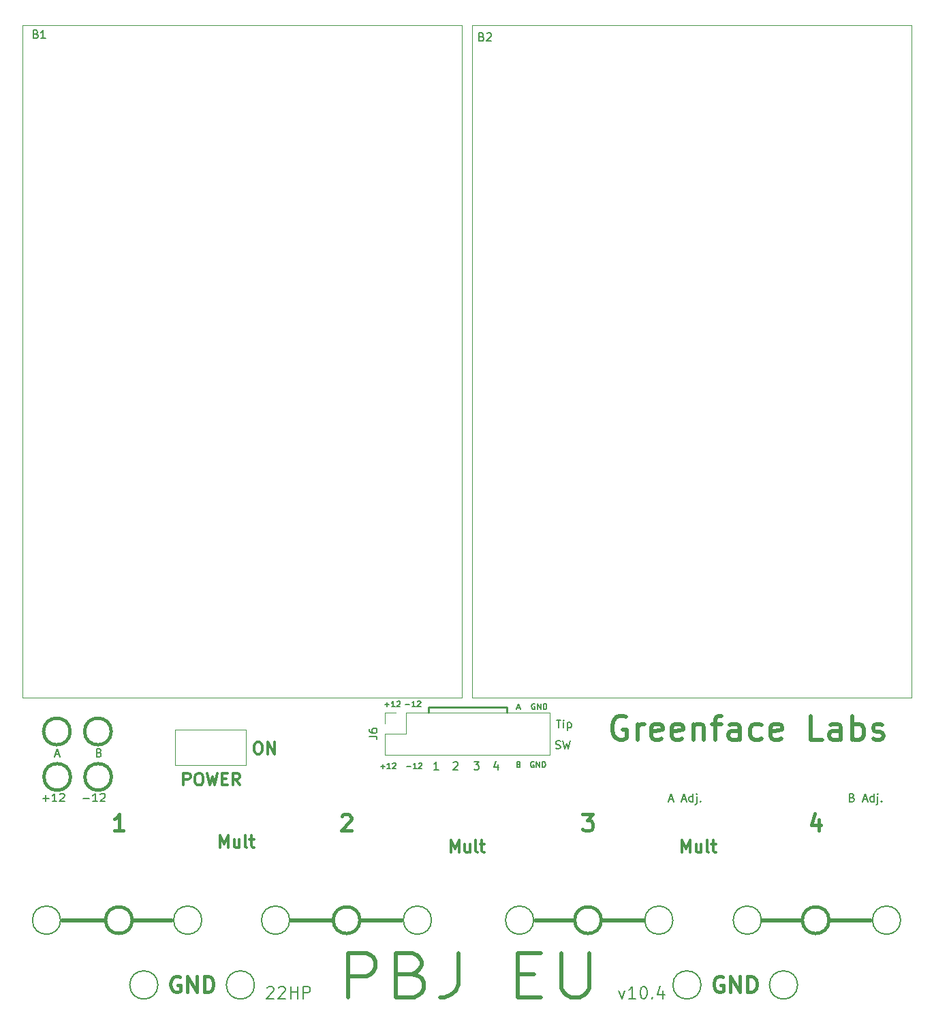
<source format=gbr>
G04 #@! TF.GenerationSoftware,KiCad,Pcbnew,8.0.8*
G04 #@! TF.CreationDate,2025-07-22T13:56:33-07:00*
G04 #@! TF.ProjectId,PBJ_EU,50424a5f-4555-42e6-9b69-6361645f7063,10.4*
G04 #@! TF.SameCoordinates,Original*
G04 #@! TF.FileFunction,Legend,Top*
G04 #@! TF.FilePolarity,Positive*
%FSLAX46Y46*%
G04 Gerber Fmt 4.6, Leading zero omitted, Abs format (unit mm)*
G04 Created by KiCad (PCBNEW 8.0.8) date 2025-07-22 13:56:33*
%MOMM*%
%LPD*%
G01*
G04 APERTURE LIST*
%ADD10C,0.250000*%
%ADD11C,0.500000*%
%ADD12C,0.150000*%
%ADD13C,0.200000*%
%ADD14C,0.400000*%
%ADD15C,0.300000*%
%ADD16C,0.120000*%
G04 APERTURE END LIST*
D10*
X90850000Y-120975000D02*
X100650000Y-120975000D01*
D11*
X104140000Y-147450000D02*
X109000000Y-147450000D01*
X140656663Y-147450000D02*
X145850000Y-147450000D01*
X45350000Y-147450000D02*
X50700000Y-147450000D01*
D10*
X100650000Y-120975000D02*
X100650000Y-121675000D01*
D11*
X82419500Y-147450000D02*
X87600000Y-147450000D01*
X112387000Y-147450000D02*
X117602000Y-147450000D01*
X54221000Y-147450000D02*
X59000000Y-147450000D01*
X132400000Y-147450000D02*
X137295000Y-147450000D01*
D10*
X90850000Y-120975000D02*
X90850000Y-121675000D01*
D11*
X73779000Y-147450000D02*
X79000000Y-147450000D01*
D12*
X106773810Y-122554819D02*
X107345238Y-122554819D01*
X107059524Y-123554819D02*
X107059524Y-122554819D01*
X107678572Y-123554819D02*
X107678572Y-122888152D01*
X107678572Y-122554819D02*
X107630953Y-122602438D01*
X107630953Y-122602438D02*
X107678572Y-122650057D01*
X107678572Y-122650057D02*
X107726191Y-122602438D01*
X107726191Y-122602438D02*
X107678572Y-122554819D01*
X107678572Y-122554819D02*
X107678572Y-122650057D01*
X108154762Y-122888152D02*
X108154762Y-123888152D01*
X108154762Y-122935771D02*
X108250000Y-122888152D01*
X108250000Y-122888152D02*
X108440476Y-122888152D01*
X108440476Y-122888152D02*
X108535714Y-122935771D01*
X108535714Y-122935771D02*
X108583333Y-122983390D01*
X108583333Y-122983390D02*
X108630952Y-123078628D01*
X108630952Y-123078628D02*
X108630952Y-123364342D01*
X108630952Y-123364342D02*
X108583333Y-123459580D01*
X108583333Y-123459580D02*
X108535714Y-123507200D01*
X108535714Y-123507200D02*
X108440476Y-123554819D01*
X108440476Y-123554819D02*
X108250000Y-123554819D01*
X108250000Y-123554819D02*
X108154762Y-123507200D01*
X106692857Y-126107200D02*
X106835714Y-126154819D01*
X106835714Y-126154819D02*
X107073809Y-126154819D01*
X107073809Y-126154819D02*
X107169047Y-126107200D01*
X107169047Y-126107200D02*
X107216666Y-126059580D01*
X107216666Y-126059580D02*
X107264285Y-125964342D01*
X107264285Y-125964342D02*
X107264285Y-125869104D01*
X107264285Y-125869104D02*
X107216666Y-125773866D01*
X107216666Y-125773866D02*
X107169047Y-125726247D01*
X107169047Y-125726247D02*
X107073809Y-125678628D01*
X107073809Y-125678628D02*
X106883333Y-125631009D01*
X106883333Y-125631009D02*
X106788095Y-125583390D01*
X106788095Y-125583390D02*
X106740476Y-125535771D01*
X106740476Y-125535771D02*
X106692857Y-125440533D01*
X106692857Y-125440533D02*
X106692857Y-125345295D01*
X106692857Y-125345295D02*
X106740476Y-125250057D01*
X106740476Y-125250057D02*
X106788095Y-125202438D01*
X106788095Y-125202438D02*
X106883333Y-125154819D01*
X106883333Y-125154819D02*
X107121428Y-125154819D01*
X107121428Y-125154819D02*
X107264285Y-125202438D01*
X107597619Y-125154819D02*
X107835714Y-126154819D01*
X107835714Y-126154819D02*
X108026190Y-125440533D01*
X108026190Y-125440533D02*
X108216666Y-126154819D01*
X108216666Y-126154819D02*
X108454762Y-125154819D01*
D13*
X70821429Y-155826385D02*
X70892857Y-155754957D01*
X70892857Y-155754957D02*
X71035715Y-155683528D01*
X71035715Y-155683528D02*
X71392857Y-155683528D01*
X71392857Y-155683528D02*
X71535715Y-155754957D01*
X71535715Y-155754957D02*
X71607143Y-155826385D01*
X71607143Y-155826385D02*
X71678572Y-155969242D01*
X71678572Y-155969242D02*
X71678572Y-156112100D01*
X71678572Y-156112100D02*
X71607143Y-156326385D01*
X71607143Y-156326385D02*
X70750000Y-157183528D01*
X70750000Y-157183528D02*
X71678572Y-157183528D01*
X72250000Y-155826385D02*
X72321428Y-155754957D01*
X72321428Y-155754957D02*
X72464286Y-155683528D01*
X72464286Y-155683528D02*
X72821428Y-155683528D01*
X72821428Y-155683528D02*
X72964286Y-155754957D01*
X72964286Y-155754957D02*
X73035714Y-155826385D01*
X73035714Y-155826385D02*
X73107143Y-155969242D01*
X73107143Y-155969242D02*
X73107143Y-156112100D01*
X73107143Y-156112100D02*
X73035714Y-156326385D01*
X73035714Y-156326385D02*
X72178571Y-157183528D01*
X72178571Y-157183528D02*
X73107143Y-157183528D01*
X73749999Y-157183528D02*
X73749999Y-155683528D01*
X73749999Y-156397814D02*
X74607142Y-156397814D01*
X74607142Y-157183528D02*
X74607142Y-155683528D01*
X75321428Y-157183528D02*
X75321428Y-155683528D01*
X75321428Y-155683528D02*
X75892857Y-155683528D01*
X75892857Y-155683528D02*
X76035714Y-155754957D01*
X76035714Y-155754957D02*
X76107143Y-155826385D01*
X76107143Y-155826385D02*
X76178571Y-155969242D01*
X76178571Y-155969242D02*
X76178571Y-156183528D01*
X76178571Y-156183528D02*
X76107143Y-156326385D01*
X76107143Y-156326385D02*
X76035714Y-156397814D01*
X76035714Y-156397814D02*
X75892857Y-156469242D01*
X75892857Y-156469242D02*
X75321428Y-156469242D01*
D12*
X93964286Y-127850057D02*
X94011905Y-127802438D01*
X94011905Y-127802438D02*
X94107143Y-127754819D01*
X94107143Y-127754819D02*
X94345238Y-127754819D01*
X94345238Y-127754819D02*
X94440476Y-127802438D01*
X94440476Y-127802438D02*
X94488095Y-127850057D01*
X94488095Y-127850057D02*
X94535714Y-127945295D01*
X94535714Y-127945295D02*
X94535714Y-128040533D01*
X94535714Y-128040533D02*
X94488095Y-128183390D01*
X94488095Y-128183390D02*
X93916667Y-128754819D01*
X93916667Y-128754819D02*
X94535714Y-128754819D01*
X96516667Y-127754819D02*
X97135714Y-127754819D01*
X97135714Y-127754819D02*
X96802381Y-128135771D01*
X96802381Y-128135771D02*
X96945238Y-128135771D01*
X96945238Y-128135771D02*
X97040476Y-128183390D01*
X97040476Y-128183390D02*
X97088095Y-128231009D01*
X97088095Y-128231009D02*
X97135714Y-128326247D01*
X97135714Y-128326247D02*
X97135714Y-128564342D01*
X97135714Y-128564342D02*
X97088095Y-128659580D01*
X97088095Y-128659580D02*
X97040476Y-128707200D01*
X97040476Y-128707200D02*
X96945238Y-128754819D01*
X96945238Y-128754819D02*
X96659524Y-128754819D01*
X96659524Y-128754819D02*
X96564286Y-128707200D01*
X96564286Y-128707200D02*
X96516667Y-128659580D01*
X99490476Y-128088152D02*
X99490476Y-128754819D01*
X99252381Y-127707200D02*
X99014286Y-128421485D01*
X99014286Y-128421485D02*
X99633333Y-128421485D01*
X102100000Y-128074366D02*
X102200000Y-128107700D01*
X102200000Y-128107700D02*
X102233333Y-128141033D01*
X102233333Y-128141033D02*
X102266666Y-128207700D01*
X102266666Y-128207700D02*
X102266666Y-128307700D01*
X102266666Y-128307700D02*
X102233333Y-128374366D01*
X102233333Y-128374366D02*
X102200000Y-128407700D01*
X102200000Y-128407700D02*
X102133333Y-128441033D01*
X102133333Y-128441033D02*
X101866666Y-128441033D01*
X101866666Y-128441033D02*
X101866666Y-127741033D01*
X101866666Y-127741033D02*
X102100000Y-127741033D01*
X102100000Y-127741033D02*
X102166666Y-127774366D01*
X102166666Y-127774366D02*
X102200000Y-127807700D01*
X102200000Y-127807700D02*
X102233333Y-127874366D01*
X102233333Y-127874366D02*
X102233333Y-127941033D01*
X102233333Y-127941033D02*
X102200000Y-128007700D01*
X102200000Y-128007700D02*
X102166666Y-128041033D01*
X102166666Y-128041033D02*
X102100000Y-128074366D01*
X102100000Y-128074366D02*
X101866666Y-128074366D01*
X103966667Y-127799366D02*
X103900000Y-127766033D01*
X103900000Y-127766033D02*
X103800000Y-127766033D01*
X103800000Y-127766033D02*
X103700000Y-127799366D01*
X103700000Y-127799366D02*
X103633334Y-127866033D01*
X103633334Y-127866033D02*
X103600000Y-127932700D01*
X103600000Y-127932700D02*
X103566667Y-128066033D01*
X103566667Y-128066033D02*
X103566667Y-128166033D01*
X103566667Y-128166033D02*
X103600000Y-128299366D01*
X103600000Y-128299366D02*
X103633334Y-128366033D01*
X103633334Y-128366033D02*
X103700000Y-128432700D01*
X103700000Y-128432700D02*
X103800000Y-128466033D01*
X103800000Y-128466033D02*
X103866667Y-128466033D01*
X103866667Y-128466033D02*
X103966667Y-128432700D01*
X103966667Y-128432700D02*
X104000000Y-128399366D01*
X104000000Y-128399366D02*
X104000000Y-128166033D01*
X104000000Y-128166033D02*
X103866667Y-128166033D01*
X104300000Y-128466033D02*
X104300000Y-127766033D01*
X104300000Y-127766033D02*
X104700000Y-128466033D01*
X104700000Y-128466033D02*
X104700000Y-127766033D01*
X105033333Y-128466033D02*
X105033333Y-127766033D01*
X105033333Y-127766033D02*
X105200000Y-127766033D01*
X105200000Y-127766033D02*
X105300000Y-127799366D01*
X105300000Y-127799366D02*
X105366667Y-127866033D01*
X105366667Y-127866033D02*
X105400000Y-127932700D01*
X105400000Y-127932700D02*
X105433333Y-128066033D01*
X105433333Y-128066033D02*
X105433333Y-128166033D01*
X105433333Y-128166033D02*
X105400000Y-128299366D01*
X105400000Y-128299366D02*
X105366667Y-128366033D01*
X105366667Y-128366033D02*
X105300000Y-128432700D01*
X105300000Y-128432700D02*
X105200000Y-128466033D01*
X105200000Y-128466033D02*
X105033333Y-128466033D01*
D14*
X127476190Y-154499676D02*
X127285714Y-154404438D01*
X127285714Y-154404438D02*
X127000000Y-154404438D01*
X127000000Y-154404438D02*
X126714285Y-154499676D01*
X126714285Y-154499676D02*
X126523809Y-154690152D01*
X126523809Y-154690152D02*
X126428571Y-154880628D01*
X126428571Y-154880628D02*
X126333333Y-155261580D01*
X126333333Y-155261580D02*
X126333333Y-155547295D01*
X126333333Y-155547295D02*
X126428571Y-155928247D01*
X126428571Y-155928247D02*
X126523809Y-156118723D01*
X126523809Y-156118723D02*
X126714285Y-156309200D01*
X126714285Y-156309200D02*
X127000000Y-156404438D01*
X127000000Y-156404438D02*
X127190476Y-156404438D01*
X127190476Y-156404438D02*
X127476190Y-156309200D01*
X127476190Y-156309200D02*
X127571428Y-156213961D01*
X127571428Y-156213961D02*
X127571428Y-155547295D01*
X127571428Y-155547295D02*
X127190476Y-155547295D01*
X128428571Y-156404438D02*
X128428571Y-154404438D01*
X128428571Y-154404438D02*
X129571428Y-156404438D01*
X129571428Y-156404438D02*
X129571428Y-154404438D01*
X130523809Y-156404438D02*
X130523809Y-154404438D01*
X130523809Y-154404438D02*
X130999999Y-154404438D01*
X130999999Y-154404438D02*
X131285714Y-154499676D01*
X131285714Y-154499676D02*
X131476190Y-154690152D01*
X131476190Y-154690152D02*
X131571428Y-154880628D01*
X131571428Y-154880628D02*
X131666666Y-155261580D01*
X131666666Y-155261580D02*
X131666666Y-155547295D01*
X131666666Y-155547295D02*
X131571428Y-155928247D01*
X131571428Y-155928247D02*
X131476190Y-156118723D01*
X131476190Y-156118723D02*
X131285714Y-156309200D01*
X131285714Y-156309200D02*
X130999999Y-156404438D01*
X130999999Y-156404438D02*
X130523809Y-156404438D01*
D15*
X122399999Y-139028328D02*
X122399999Y-137528328D01*
X122399999Y-137528328D02*
X122899999Y-138599757D01*
X122899999Y-138599757D02*
X123399999Y-137528328D01*
X123399999Y-137528328D02*
X123399999Y-139028328D01*
X124757143Y-138028328D02*
X124757143Y-139028328D01*
X124114285Y-138028328D02*
X124114285Y-138814042D01*
X124114285Y-138814042D02*
X124185714Y-138956900D01*
X124185714Y-138956900D02*
X124328571Y-139028328D01*
X124328571Y-139028328D02*
X124542857Y-139028328D01*
X124542857Y-139028328D02*
X124685714Y-138956900D01*
X124685714Y-138956900D02*
X124757143Y-138885471D01*
X125685714Y-139028328D02*
X125542857Y-138956900D01*
X125542857Y-138956900D02*
X125471428Y-138814042D01*
X125471428Y-138814042D02*
X125471428Y-137528328D01*
X126042857Y-138028328D02*
X126614285Y-138028328D01*
X126257142Y-137528328D02*
X126257142Y-138814042D01*
X126257142Y-138814042D02*
X126328571Y-138956900D01*
X126328571Y-138956900D02*
X126471428Y-139028328D01*
X126471428Y-139028328D02*
X126614285Y-139028328D01*
D12*
X143522112Y-132204009D02*
X143664969Y-132251628D01*
X143664969Y-132251628D02*
X143712588Y-132299247D01*
X143712588Y-132299247D02*
X143760207Y-132394485D01*
X143760207Y-132394485D02*
X143760207Y-132537342D01*
X143760207Y-132537342D02*
X143712588Y-132632580D01*
X143712588Y-132632580D02*
X143664969Y-132680200D01*
X143664969Y-132680200D02*
X143569731Y-132727819D01*
X143569731Y-132727819D02*
X143188779Y-132727819D01*
X143188779Y-132727819D02*
X143188779Y-131727819D01*
X143188779Y-131727819D02*
X143522112Y-131727819D01*
X143522112Y-131727819D02*
X143617350Y-131775438D01*
X143617350Y-131775438D02*
X143664969Y-131823057D01*
X143664969Y-131823057D02*
X143712588Y-131918295D01*
X143712588Y-131918295D02*
X143712588Y-132013533D01*
X143712588Y-132013533D02*
X143664969Y-132108771D01*
X143664969Y-132108771D02*
X143617350Y-132156390D01*
X143617350Y-132156390D02*
X143522112Y-132204009D01*
X143522112Y-132204009D02*
X143188779Y-132204009D01*
X144903065Y-132442104D02*
X145379255Y-132442104D01*
X144807827Y-132727819D02*
X145141160Y-131727819D01*
X145141160Y-131727819D02*
X145474493Y-132727819D01*
X146236398Y-132727819D02*
X146236398Y-131727819D01*
X146236398Y-132680200D02*
X146141160Y-132727819D01*
X146141160Y-132727819D02*
X145950684Y-132727819D01*
X145950684Y-132727819D02*
X145855446Y-132680200D01*
X145855446Y-132680200D02*
X145807827Y-132632580D01*
X145807827Y-132632580D02*
X145760208Y-132537342D01*
X145760208Y-132537342D02*
X145760208Y-132251628D01*
X145760208Y-132251628D02*
X145807827Y-132156390D01*
X145807827Y-132156390D02*
X145855446Y-132108771D01*
X145855446Y-132108771D02*
X145950684Y-132061152D01*
X145950684Y-132061152D02*
X146141160Y-132061152D01*
X146141160Y-132061152D02*
X146236398Y-132108771D01*
X146712589Y-132061152D02*
X146712589Y-132918295D01*
X146712589Y-132918295D02*
X146664970Y-133013533D01*
X146664970Y-133013533D02*
X146569732Y-133061152D01*
X146569732Y-133061152D02*
X146522113Y-133061152D01*
X146712589Y-131727819D02*
X146664970Y-131775438D01*
X146664970Y-131775438D02*
X146712589Y-131823057D01*
X146712589Y-131823057D02*
X146760208Y-131775438D01*
X146760208Y-131775438D02*
X146712589Y-131727819D01*
X146712589Y-131727819D02*
X146712589Y-131823057D01*
X147188779Y-132632580D02*
X147236398Y-132680200D01*
X147236398Y-132680200D02*
X147188779Y-132727819D01*
X147188779Y-132727819D02*
X147141160Y-132680200D01*
X147141160Y-132680200D02*
X147188779Y-132632580D01*
X147188779Y-132632580D02*
X147188779Y-132727819D01*
X84916666Y-128349366D02*
X85450000Y-128349366D01*
X85183333Y-128616033D02*
X85183333Y-128082700D01*
X86150000Y-128616033D02*
X85750000Y-128616033D01*
X85950000Y-128616033D02*
X85950000Y-127916033D01*
X85950000Y-127916033D02*
X85883333Y-128016033D01*
X85883333Y-128016033D02*
X85816667Y-128082700D01*
X85816667Y-128082700D02*
X85750000Y-128116033D01*
X86416667Y-127982700D02*
X86450000Y-127949366D01*
X86450000Y-127949366D02*
X86516667Y-127916033D01*
X86516667Y-127916033D02*
X86683334Y-127916033D01*
X86683334Y-127916033D02*
X86750000Y-127949366D01*
X86750000Y-127949366D02*
X86783334Y-127982700D01*
X86783334Y-127982700D02*
X86816667Y-128049366D01*
X86816667Y-128049366D02*
X86816667Y-128116033D01*
X86816667Y-128116033D02*
X86783334Y-128216033D01*
X86783334Y-128216033D02*
X86383334Y-128616033D01*
X86383334Y-128616033D02*
X86816667Y-128616033D01*
D14*
X59976190Y-154499676D02*
X59785714Y-154404438D01*
X59785714Y-154404438D02*
X59500000Y-154404438D01*
X59500000Y-154404438D02*
X59214285Y-154499676D01*
X59214285Y-154499676D02*
X59023809Y-154690152D01*
X59023809Y-154690152D02*
X58928571Y-154880628D01*
X58928571Y-154880628D02*
X58833333Y-155261580D01*
X58833333Y-155261580D02*
X58833333Y-155547295D01*
X58833333Y-155547295D02*
X58928571Y-155928247D01*
X58928571Y-155928247D02*
X59023809Y-156118723D01*
X59023809Y-156118723D02*
X59214285Y-156309200D01*
X59214285Y-156309200D02*
X59500000Y-156404438D01*
X59500000Y-156404438D02*
X59690476Y-156404438D01*
X59690476Y-156404438D02*
X59976190Y-156309200D01*
X59976190Y-156309200D02*
X60071428Y-156213961D01*
X60071428Y-156213961D02*
X60071428Y-155547295D01*
X60071428Y-155547295D02*
X59690476Y-155547295D01*
X60928571Y-156404438D02*
X60928571Y-154404438D01*
X60928571Y-154404438D02*
X62071428Y-156404438D01*
X62071428Y-156404438D02*
X62071428Y-154404438D01*
X63023809Y-156404438D02*
X63023809Y-154404438D01*
X63023809Y-154404438D02*
X63499999Y-154404438D01*
X63499999Y-154404438D02*
X63785714Y-154499676D01*
X63785714Y-154499676D02*
X63976190Y-154690152D01*
X63976190Y-154690152D02*
X64071428Y-154880628D01*
X64071428Y-154880628D02*
X64166666Y-155261580D01*
X64166666Y-155261580D02*
X64166666Y-155547295D01*
X64166666Y-155547295D02*
X64071428Y-155928247D01*
X64071428Y-155928247D02*
X63976190Y-156118723D01*
X63976190Y-156118723D02*
X63785714Y-156309200D01*
X63785714Y-156309200D02*
X63499999Y-156404438D01*
X63499999Y-156404438D02*
X63023809Y-156404438D01*
D13*
X114542857Y-156183528D02*
X114900000Y-157183528D01*
X114900000Y-157183528D02*
X115257143Y-156183528D01*
X116614286Y-157183528D02*
X115757143Y-157183528D01*
X116185714Y-157183528D02*
X116185714Y-155683528D01*
X116185714Y-155683528D02*
X116042857Y-155897814D01*
X116042857Y-155897814D02*
X115900000Y-156040671D01*
X115900000Y-156040671D02*
X115757143Y-156112100D01*
X117542857Y-155683528D02*
X117685714Y-155683528D01*
X117685714Y-155683528D02*
X117828571Y-155754957D01*
X117828571Y-155754957D02*
X117900000Y-155826385D01*
X117900000Y-155826385D02*
X117971428Y-155969242D01*
X117971428Y-155969242D02*
X118042857Y-156254957D01*
X118042857Y-156254957D02*
X118042857Y-156612100D01*
X118042857Y-156612100D02*
X117971428Y-156897814D01*
X117971428Y-156897814D02*
X117900000Y-157040671D01*
X117900000Y-157040671D02*
X117828571Y-157112100D01*
X117828571Y-157112100D02*
X117685714Y-157183528D01*
X117685714Y-157183528D02*
X117542857Y-157183528D01*
X117542857Y-157183528D02*
X117400000Y-157112100D01*
X117400000Y-157112100D02*
X117328571Y-157040671D01*
X117328571Y-157040671D02*
X117257142Y-156897814D01*
X117257142Y-156897814D02*
X117185714Y-156612100D01*
X117185714Y-156612100D02*
X117185714Y-156254957D01*
X117185714Y-156254957D02*
X117257142Y-155969242D01*
X117257142Y-155969242D02*
X117328571Y-155826385D01*
X117328571Y-155826385D02*
X117400000Y-155754957D01*
X117400000Y-155754957D02*
X117542857Y-155683528D01*
X118685713Y-157040671D02*
X118757142Y-157112100D01*
X118757142Y-157112100D02*
X118685713Y-157183528D01*
X118685713Y-157183528D02*
X118614285Y-157112100D01*
X118614285Y-157112100D02*
X118685713Y-157040671D01*
X118685713Y-157040671D02*
X118685713Y-157183528D01*
X120042857Y-156183528D02*
X120042857Y-157183528D01*
X119685714Y-155612100D02*
X119328571Y-156683528D01*
X119328571Y-156683528D02*
X120257142Y-156683528D01*
D15*
X93649999Y-139028328D02*
X93649999Y-137528328D01*
X93649999Y-137528328D02*
X94149999Y-138599757D01*
X94149999Y-138599757D02*
X94649999Y-137528328D01*
X94649999Y-137528328D02*
X94649999Y-139028328D01*
X96007143Y-138028328D02*
X96007143Y-139028328D01*
X95364285Y-138028328D02*
X95364285Y-138814042D01*
X95364285Y-138814042D02*
X95435714Y-138956900D01*
X95435714Y-138956900D02*
X95578571Y-139028328D01*
X95578571Y-139028328D02*
X95792857Y-139028328D01*
X95792857Y-139028328D02*
X95935714Y-138956900D01*
X95935714Y-138956900D02*
X96007143Y-138885471D01*
X96935714Y-139028328D02*
X96792857Y-138956900D01*
X96792857Y-138956900D02*
X96721428Y-138814042D01*
X96721428Y-138814042D02*
X96721428Y-137528328D01*
X97292857Y-138028328D02*
X97864285Y-138028328D01*
X97507142Y-137528328D02*
X97507142Y-138814042D01*
X97507142Y-138814042D02*
X97578571Y-138956900D01*
X97578571Y-138956900D02*
X97721428Y-139028328D01*
X97721428Y-139028328D02*
X97864285Y-139028328D01*
D11*
X80850000Y-157018404D02*
X80850000Y-151518404D01*
X80850000Y-151518404D02*
X83135714Y-151518404D01*
X83135714Y-151518404D02*
X83707143Y-151780309D01*
X83707143Y-151780309D02*
X83992857Y-152042214D01*
X83992857Y-152042214D02*
X84278571Y-152566023D01*
X84278571Y-152566023D02*
X84278571Y-153351738D01*
X84278571Y-153351738D02*
X83992857Y-153875547D01*
X83992857Y-153875547D02*
X83707143Y-154137452D01*
X83707143Y-154137452D02*
X83135714Y-154399357D01*
X83135714Y-154399357D02*
X80850000Y-154399357D01*
X88850000Y-154137452D02*
X89707143Y-154399357D01*
X89707143Y-154399357D02*
X89992857Y-154661261D01*
X89992857Y-154661261D02*
X90278571Y-155185071D01*
X90278571Y-155185071D02*
X90278571Y-155970785D01*
X90278571Y-155970785D02*
X89992857Y-156494595D01*
X89992857Y-156494595D02*
X89707143Y-156756500D01*
X89707143Y-156756500D02*
X89135714Y-157018404D01*
X89135714Y-157018404D02*
X86850000Y-157018404D01*
X86850000Y-157018404D02*
X86850000Y-151518404D01*
X86850000Y-151518404D02*
X88850000Y-151518404D01*
X88850000Y-151518404D02*
X89421429Y-151780309D01*
X89421429Y-151780309D02*
X89707143Y-152042214D01*
X89707143Y-152042214D02*
X89992857Y-152566023D01*
X89992857Y-152566023D02*
X89992857Y-153089833D01*
X89992857Y-153089833D02*
X89707143Y-153613642D01*
X89707143Y-153613642D02*
X89421429Y-153875547D01*
X89421429Y-153875547D02*
X88850000Y-154137452D01*
X88850000Y-154137452D02*
X86850000Y-154137452D01*
X94564286Y-151518404D02*
X94564286Y-155446976D01*
X94564286Y-155446976D02*
X94278571Y-156232690D01*
X94278571Y-156232690D02*
X93707143Y-156756500D01*
X93707143Y-156756500D02*
X92850000Y-157018404D01*
X92850000Y-157018404D02*
X92278571Y-157018404D01*
X101992858Y-154137452D02*
X103992858Y-154137452D01*
X104850001Y-157018404D02*
X101992858Y-157018404D01*
X101992858Y-157018404D02*
X101992858Y-151518404D01*
X101992858Y-151518404D02*
X104850001Y-151518404D01*
X107421429Y-151518404D02*
X107421429Y-155970785D01*
X107421429Y-155970785D02*
X107707143Y-156494595D01*
X107707143Y-156494595D02*
X107992858Y-156756500D01*
X107992858Y-156756500D02*
X108564286Y-157018404D01*
X108564286Y-157018404D02*
X109707143Y-157018404D01*
X109707143Y-157018404D02*
X110278572Y-156756500D01*
X110278572Y-156756500D02*
X110564286Y-156494595D01*
X110564286Y-156494595D02*
X110850000Y-155970785D01*
X110850000Y-155970785D02*
X110850000Y-151518404D01*
D14*
X139380952Y-134971104D02*
X139380952Y-136304438D01*
X138904761Y-134209200D02*
X138428571Y-135637771D01*
X138428571Y-135637771D02*
X139666666Y-135637771D01*
D12*
X92135714Y-128754819D02*
X91564286Y-128754819D01*
X91850000Y-128754819D02*
X91850000Y-127754819D01*
X91850000Y-127754819D02*
X91754762Y-127897676D01*
X91754762Y-127897676D02*
X91659524Y-127992914D01*
X91659524Y-127992914D02*
X91564286Y-128040533D01*
D13*
X49953006Y-126628409D02*
X50095863Y-126676028D01*
X50095863Y-126676028D02*
X50143482Y-126723647D01*
X50143482Y-126723647D02*
X50191101Y-126818885D01*
X50191101Y-126818885D02*
X50191101Y-126961742D01*
X50191101Y-126961742D02*
X50143482Y-127056980D01*
X50143482Y-127056980D02*
X50095863Y-127104600D01*
X50095863Y-127104600D02*
X50000625Y-127152219D01*
X50000625Y-127152219D02*
X49619673Y-127152219D01*
X49619673Y-127152219D02*
X49619673Y-126152219D01*
X49619673Y-126152219D02*
X49953006Y-126152219D01*
X49953006Y-126152219D02*
X50048244Y-126199838D01*
X50048244Y-126199838D02*
X50095863Y-126247457D01*
X50095863Y-126247457D02*
X50143482Y-126342695D01*
X50143482Y-126342695D02*
X50143482Y-126437933D01*
X50143482Y-126437933D02*
X50095863Y-126533171D01*
X50095863Y-126533171D02*
X50048244Y-126580790D01*
X50048244Y-126580790D02*
X49953006Y-126628409D01*
X49953006Y-126628409D02*
X49619673Y-126628409D01*
D12*
X120785160Y-132442104D02*
X121261350Y-132442104D01*
X120689922Y-132727819D02*
X121023255Y-131727819D01*
X121023255Y-131727819D02*
X121356588Y-132727819D01*
X122404208Y-132442104D02*
X122880398Y-132442104D01*
X122308970Y-132727819D02*
X122642303Y-131727819D01*
X122642303Y-131727819D02*
X122975636Y-132727819D01*
X123737541Y-132727819D02*
X123737541Y-131727819D01*
X123737541Y-132680200D02*
X123642303Y-132727819D01*
X123642303Y-132727819D02*
X123451827Y-132727819D01*
X123451827Y-132727819D02*
X123356589Y-132680200D01*
X123356589Y-132680200D02*
X123308970Y-132632580D01*
X123308970Y-132632580D02*
X123261351Y-132537342D01*
X123261351Y-132537342D02*
X123261351Y-132251628D01*
X123261351Y-132251628D02*
X123308970Y-132156390D01*
X123308970Y-132156390D02*
X123356589Y-132108771D01*
X123356589Y-132108771D02*
X123451827Y-132061152D01*
X123451827Y-132061152D02*
X123642303Y-132061152D01*
X123642303Y-132061152D02*
X123737541Y-132108771D01*
X124213732Y-132061152D02*
X124213732Y-132918295D01*
X124213732Y-132918295D02*
X124166113Y-133013533D01*
X124166113Y-133013533D02*
X124070875Y-133061152D01*
X124070875Y-133061152D02*
X124023256Y-133061152D01*
X124213732Y-131727819D02*
X124166113Y-131775438D01*
X124166113Y-131775438D02*
X124213732Y-131823057D01*
X124213732Y-131823057D02*
X124261351Y-131775438D01*
X124261351Y-131775438D02*
X124213732Y-131727819D01*
X124213732Y-131727819D02*
X124213732Y-131823057D01*
X124689922Y-132632580D02*
X124737541Y-132680200D01*
X124737541Y-132680200D02*
X124689922Y-132727819D01*
X124689922Y-132727819D02*
X124642303Y-132680200D01*
X124642303Y-132680200D02*
X124689922Y-132632580D01*
X124689922Y-132632580D02*
X124689922Y-132727819D01*
X101883333Y-121066033D02*
X102216666Y-121066033D01*
X101816666Y-121266033D02*
X102050000Y-120566033D01*
X102050000Y-120566033D02*
X102283333Y-121266033D01*
D13*
X47969673Y-132321266D02*
X48731578Y-132321266D01*
X49731577Y-132702219D02*
X49160149Y-132702219D01*
X49445863Y-132702219D02*
X49445863Y-131702219D01*
X49445863Y-131702219D02*
X49350625Y-131845076D01*
X49350625Y-131845076D02*
X49255387Y-131940314D01*
X49255387Y-131940314D02*
X49160149Y-131987933D01*
X50112530Y-131797457D02*
X50160149Y-131749838D01*
X50160149Y-131749838D02*
X50255387Y-131702219D01*
X50255387Y-131702219D02*
X50493482Y-131702219D01*
X50493482Y-131702219D02*
X50588720Y-131749838D01*
X50588720Y-131749838D02*
X50636339Y-131797457D01*
X50636339Y-131797457D02*
X50683958Y-131892695D01*
X50683958Y-131892695D02*
X50683958Y-131987933D01*
X50683958Y-131987933D02*
X50636339Y-132130790D01*
X50636339Y-132130790D02*
X50064911Y-132702219D01*
X50064911Y-132702219D02*
X50683958Y-132702219D01*
D14*
X52971428Y-136304438D02*
X51828571Y-136304438D01*
X52399999Y-136304438D02*
X52399999Y-134304438D01*
X52399999Y-134304438D02*
X52209523Y-134590152D01*
X52209523Y-134590152D02*
X52019047Y-134780628D01*
X52019047Y-134780628D02*
X51828571Y-134875866D01*
D11*
X115413142Y-122202714D02*
X115127428Y-122059857D01*
X115127428Y-122059857D02*
X114698856Y-122059857D01*
X114698856Y-122059857D02*
X114270285Y-122202714D01*
X114270285Y-122202714D02*
X113984570Y-122488428D01*
X113984570Y-122488428D02*
X113841713Y-122774142D01*
X113841713Y-122774142D02*
X113698856Y-123345571D01*
X113698856Y-123345571D02*
X113698856Y-123774142D01*
X113698856Y-123774142D02*
X113841713Y-124345571D01*
X113841713Y-124345571D02*
X113984570Y-124631285D01*
X113984570Y-124631285D02*
X114270285Y-124917000D01*
X114270285Y-124917000D02*
X114698856Y-125059857D01*
X114698856Y-125059857D02*
X114984570Y-125059857D01*
X114984570Y-125059857D02*
X115413142Y-124917000D01*
X115413142Y-124917000D02*
X115555999Y-124774142D01*
X115555999Y-124774142D02*
X115555999Y-123774142D01*
X115555999Y-123774142D02*
X114984570Y-123774142D01*
X116841713Y-125059857D02*
X116841713Y-123059857D01*
X116841713Y-123631285D02*
X116984570Y-123345571D01*
X116984570Y-123345571D02*
X117127428Y-123202714D01*
X117127428Y-123202714D02*
X117413142Y-123059857D01*
X117413142Y-123059857D02*
X117698856Y-123059857D01*
X119841713Y-124917000D02*
X119555999Y-125059857D01*
X119555999Y-125059857D02*
X118984571Y-125059857D01*
X118984571Y-125059857D02*
X118698856Y-124917000D01*
X118698856Y-124917000D02*
X118555999Y-124631285D01*
X118555999Y-124631285D02*
X118555999Y-123488428D01*
X118555999Y-123488428D02*
X118698856Y-123202714D01*
X118698856Y-123202714D02*
X118984571Y-123059857D01*
X118984571Y-123059857D02*
X119555999Y-123059857D01*
X119555999Y-123059857D02*
X119841713Y-123202714D01*
X119841713Y-123202714D02*
X119984571Y-123488428D01*
X119984571Y-123488428D02*
X119984571Y-123774142D01*
X119984571Y-123774142D02*
X118555999Y-124059857D01*
X122413142Y-124917000D02*
X122127428Y-125059857D01*
X122127428Y-125059857D02*
X121556000Y-125059857D01*
X121556000Y-125059857D02*
X121270285Y-124917000D01*
X121270285Y-124917000D02*
X121127428Y-124631285D01*
X121127428Y-124631285D02*
X121127428Y-123488428D01*
X121127428Y-123488428D02*
X121270285Y-123202714D01*
X121270285Y-123202714D02*
X121556000Y-123059857D01*
X121556000Y-123059857D02*
X122127428Y-123059857D01*
X122127428Y-123059857D02*
X122413142Y-123202714D01*
X122413142Y-123202714D02*
X122556000Y-123488428D01*
X122556000Y-123488428D02*
X122556000Y-123774142D01*
X122556000Y-123774142D02*
X121127428Y-124059857D01*
X123841714Y-123059857D02*
X123841714Y-125059857D01*
X123841714Y-123345571D02*
X123984571Y-123202714D01*
X123984571Y-123202714D02*
X124270286Y-123059857D01*
X124270286Y-123059857D02*
X124698857Y-123059857D01*
X124698857Y-123059857D02*
X124984571Y-123202714D01*
X124984571Y-123202714D02*
X125127429Y-123488428D01*
X125127429Y-123488428D02*
X125127429Y-125059857D01*
X126127429Y-123059857D02*
X127270286Y-123059857D01*
X126556000Y-125059857D02*
X126556000Y-122488428D01*
X126556000Y-122488428D02*
X126698857Y-122202714D01*
X126698857Y-122202714D02*
X126984572Y-122059857D01*
X126984572Y-122059857D02*
X127270286Y-122059857D01*
X129556001Y-125059857D02*
X129556001Y-123488428D01*
X129556001Y-123488428D02*
X129413143Y-123202714D01*
X129413143Y-123202714D02*
X129127429Y-123059857D01*
X129127429Y-123059857D02*
X128556001Y-123059857D01*
X128556001Y-123059857D02*
X128270286Y-123202714D01*
X129556001Y-124917000D02*
X129270286Y-125059857D01*
X129270286Y-125059857D02*
X128556001Y-125059857D01*
X128556001Y-125059857D02*
X128270286Y-124917000D01*
X128270286Y-124917000D02*
X128127429Y-124631285D01*
X128127429Y-124631285D02*
X128127429Y-124345571D01*
X128127429Y-124345571D02*
X128270286Y-124059857D01*
X128270286Y-124059857D02*
X128556001Y-123917000D01*
X128556001Y-123917000D02*
X129270286Y-123917000D01*
X129270286Y-123917000D02*
X129556001Y-123774142D01*
X132270287Y-124917000D02*
X131984572Y-125059857D01*
X131984572Y-125059857D02*
X131413144Y-125059857D01*
X131413144Y-125059857D02*
X131127429Y-124917000D01*
X131127429Y-124917000D02*
X130984572Y-124774142D01*
X130984572Y-124774142D02*
X130841715Y-124488428D01*
X130841715Y-124488428D02*
X130841715Y-123631285D01*
X130841715Y-123631285D02*
X130984572Y-123345571D01*
X130984572Y-123345571D02*
X131127429Y-123202714D01*
X131127429Y-123202714D02*
X131413144Y-123059857D01*
X131413144Y-123059857D02*
X131984572Y-123059857D01*
X131984572Y-123059857D02*
X132270287Y-123202714D01*
X134698858Y-124917000D02*
X134413144Y-125059857D01*
X134413144Y-125059857D02*
X133841716Y-125059857D01*
X133841716Y-125059857D02*
X133556001Y-124917000D01*
X133556001Y-124917000D02*
X133413144Y-124631285D01*
X133413144Y-124631285D02*
X133413144Y-123488428D01*
X133413144Y-123488428D02*
X133556001Y-123202714D01*
X133556001Y-123202714D02*
X133841716Y-123059857D01*
X133841716Y-123059857D02*
X134413144Y-123059857D01*
X134413144Y-123059857D02*
X134698858Y-123202714D01*
X134698858Y-123202714D02*
X134841716Y-123488428D01*
X134841716Y-123488428D02*
X134841716Y-123774142D01*
X134841716Y-123774142D02*
X133413144Y-124059857D01*
X139841716Y-125059857D02*
X138413144Y-125059857D01*
X138413144Y-125059857D02*
X138413144Y-122059857D01*
X142127430Y-125059857D02*
X142127430Y-123488428D01*
X142127430Y-123488428D02*
X141984572Y-123202714D01*
X141984572Y-123202714D02*
X141698858Y-123059857D01*
X141698858Y-123059857D02*
X141127430Y-123059857D01*
X141127430Y-123059857D02*
X140841715Y-123202714D01*
X142127430Y-124917000D02*
X141841715Y-125059857D01*
X141841715Y-125059857D02*
X141127430Y-125059857D01*
X141127430Y-125059857D02*
X140841715Y-124917000D01*
X140841715Y-124917000D02*
X140698858Y-124631285D01*
X140698858Y-124631285D02*
X140698858Y-124345571D01*
X140698858Y-124345571D02*
X140841715Y-124059857D01*
X140841715Y-124059857D02*
X141127430Y-123917000D01*
X141127430Y-123917000D02*
X141841715Y-123917000D01*
X141841715Y-123917000D02*
X142127430Y-123774142D01*
X143556001Y-125059857D02*
X143556001Y-122059857D01*
X143556001Y-123202714D02*
X143841716Y-123059857D01*
X143841716Y-123059857D02*
X144413144Y-123059857D01*
X144413144Y-123059857D02*
X144698858Y-123202714D01*
X144698858Y-123202714D02*
X144841716Y-123345571D01*
X144841716Y-123345571D02*
X144984573Y-123631285D01*
X144984573Y-123631285D02*
X144984573Y-124488428D01*
X144984573Y-124488428D02*
X144841716Y-124774142D01*
X144841716Y-124774142D02*
X144698858Y-124917000D01*
X144698858Y-124917000D02*
X144413144Y-125059857D01*
X144413144Y-125059857D02*
X143841716Y-125059857D01*
X143841716Y-125059857D02*
X143556001Y-124917000D01*
X146127430Y-124917000D02*
X146413144Y-125059857D01*
X146413144Y-125059857D02*
X146984573Y-125059857D01*
X146984573Y-125059857D02*
X147270287Y-124917000D01*
X147270287Y-124917000D02*
X147413144Y-124631285D01*
X147413144Y-124631285D02*
X147413144Y-124488428D01*
X147413144Y-124488428D02*
X147270287Y-124202714D01*
X147270287Y-124202714D02*
X146984573Y-124059857D01*
X146984573Y-124059857D02*
X146556002Y-124059857D01*
X146556002Y-124059857D02*
X146270287Y-123917000D01*
X146270287Y-123917000D02*
X146127430Y-123631285D01*
X146127430Y-123631285D02*
X146127430Y-123488428D01*
X146127430Y-123488428D02*
X146270287Y-123202714D01*
X146270287Y-123202714D02*
X146556002Y-123059857D01*
X146556002Y-123059857D02*
X146984573Y-123059857D01*
X146984573Y-123059857D02*
X147270287Y-123202714D01*
D15*
X69571428Y-125328328D02*
X69857142Y-125328328D01*
X69857142Y-125328328D02*
X69999999Y-125399757D01*
X69999999Y-125399757D02*
X70142856Y-125542614D01*
X70142856Y-125542614D02*
X70214285Y-125828328D01*
X70214285Y-125828328D02*
X70214285Y-126328328D01*
X70214285Y-126328328D02*
X70142856Y-126614042D01*
X70142856Y-126614042D02*
X69999999Y-126756900D01*
X69999999Y-126756900D02*
X69857142Y-126828328D01*
X69857142Y-126828328D02*
X69571428Y-126828328D01*
X69571428Y-126828328D02*
X69428571Y-126756900D01*
X69428571Y-126756900D02*
X69285713Y-126614042D01*
X69285713Y-126614042D02*
X69214285Y-126328328D01*
X69214285Y-126328328D02*
X69214285Y-125828328D01*
X69214285Y-125828328D02*
X69285713Y-125542614D01*
X69285713Y-125542614D02*
X69428571Y-125399757D01*
X69428571Y-125399757D02*
X69571428Y-125328328D01*
X70857142Y-126828328D02*
X70857142Y-125328328D01*
X70857142Y-125328328D02*
X71714285Y-126828328D01*
X71714285Y-126828328D02*
X71714285Y-125328328D01*
X60435713Y-130678328D02*
X60435713Y-129178328D01*
X60435713Y-129178328D02*
X61007142Y-129178328D01*
X61007142Y-129178328D02*
X61149999Y-129249757D01*
X61149999Y-129249757D02*
X61221428Y-129321185D01*
X61221428Y-129321185D02*
X61292856Y-129464042D01*
X61292856Y-129464042D02*
X61292856Y-129678328D01*
X61292856Y-129678328D02*
X61221428Y-129821185D01*
X61221428Y-129821185D02*
X61149999Y-129892614D01*
X61149999Y-129892614D02*
X61007142Y-129964042D01*
X61007142Y-129964042D02*
X60435713Y-129964042D01*
X62221428Y-129178328D02*
X62507142Y-129178328D01*
X62507142Y-129178328D02*
X62649999Y-129249757D01*
X62649999Y-129249757D02*
X62792856Y-129392614D01*
X62792856Y-129392614D02*
X62864285Y-129678328D01*
X62864285Y-129678328D02*
X62864285Y-130178328D01*
X62864285Y-130178328D02*
X62792856Y-130464042D01*
X62792856Y-130464042D02*
X62649999Y-130606900D01*
X62649999Y-130606900D02*
X62507142Y-130678328D01*
X62507142Y-130678328D02*
X62221428Y-130678328D01*
X62221428Y-130678328D02*
X62078571Y-130606900D01*
X62078571Y-130606900D02*
X61935713Y-130464042D01*
X61935713Y-130464042D02*
X61864285Y-130178328D01*
X61864285Y-130178328D02*
X61864285Y-129678328D01*
X61864285Y-129678328D02*
X61935713Y-129392614D01*
X61935713Y-129392614D02*
X62078571Y-129249757D01*
X62078571Y-129249757D02*
X62221428Y-129178328D01*
X63364285Y-129178328D02*
X63721428Y-130678328D01*
X63721428Y-130678328D02*
X64007142Y-129606900D01*
X64007142Y-129606900D02*
X64292857Y-130678328D01*
X64292857Y-130678328D02*
X64650000Y-129178328D01*
X65221428Y-129892614D02*
X65721428Y-129892614D01*
X65935714Y-130678328D02*
X65221428Y-130678328D01*
X65221428Y-130678328D02*
X65221428Y-129178328D01*
X65221428Y-129178328D02*
X65935714Y-129178328D01*
X67435714Y-130678328D02*
X66935714Y-129964042D01*
X66578571Y-130678328D02*
X66578571Y-129178328D01*
X66578571Y-129178328D02*
X67150000Y-129178328D01*
X67150000Y-129178328D02*
X67292857Y-129249757D01*
X67292857Y-129249757D02*
X67364286Y-129321185D01*
X67364286Y-129321185D02*
X67435714Y-129464042D01*
X67435714Y-129464042D02*
X67435714Y-129678328D01*
X67435714Y-129678328D02*
X67364286Y-129821185D01*
X67364286Y-129821185D02*
X67292857Y-129892614D01*
X67292857Y-129892614D02*
X67150000Y-129964042D01*
X67150000Y-129964042D02*
X66578571Y-129964042D01*
X64999999Y-138428328D02*
X64999999Y-136928328D01*
X64999999Y-136928328D02*
X65499999Y-137999757D01*
X65499999Y-137999757D02*
X65999999Y-136928328D01*
X65999999Y-136928328D02*
X65999999Y-138428328D01*
X67357143Y-137428328D02*
X67357143Y-138428328D01*
X66714285Y-137428328D02*
X66714285Y-138214042D01*
X66714285Y-138214042D02*
X66785714Y-138356900D01*
X66785714Y-138356900D02*
X66928571Y-138428328D01*
X66928571Y-138428328D02*
X67142857Y-138428328D01*
X67142857Y-138428328D02*
X67285714Y-138356900D01*
X67285714Y-138356900D02*
X67357143Y-138285471D01*
X68285714Y-138428328D02*
X68142857Y-138356900D01*
X68142857Y-138356900D02*
X68071428Y-138214042D01*
X68071428Y-138214042D02*
X68071428Y-136928328D01*
X68642857Y-137428328D02*
X69214285Y-137428328D01*
X68857142Y-136928328D02*
X68857142Y-138214042D01*
X68857142Y-138214042D02*
X68928571Y-138356900D01*
X68928571Y-138356900D02*
X69071428Y-138428328D01*
X69071428Y-138428328D02*
X69214285Y-138428328D01*
D12*
X88166666Y-128349366D02*
X88700000Y-128349366D01*
X89400000Y-128616033D02*
X89000000Y-128616033D01*
X89200000Y-128616033D02*
X89200000Y-127916033D01*
X89200000Y-127916033D02*
X89133333Y-128016033D01*
X89133333Y-128016033D02*
X89066667Y-128082700D01*
X89066667Y-128082700D02*
X89000000Y-128116033D01*
X89666667Y-127982700D02*
X89700000Y-127949366D01*
X89700000Y-127949366D02*
X89766667Y-127916033D01*
X89766667Y-127916033D02*
X89933334Y-127916033D01*
X89933334Y-127916033D02*
X90000000Y-127949366D01*
X90000000Y-127949366D02*
X90033334Y-127982700D01*
X90033334Y-127982700D02*
X90066667Y-128049366D01*
X90066667Y-128049366D02*
X90066667Y-128116033D01*
X90066667Y-128116033D02*
X90033334Y-128216033D01*
X90033334Y-128216033D02*
X89633334Y-128616033D01*
X89633334Y-128616033D02*
X90066667Y-128616033D01*
D14*
X80128571Y-134494914D02*
X80223809Y-134399676D01*
X80223809Y-134399676D02*
X80414285Y-134304438D01*
X80414285Y-134304438D02*
X80890476Y-134304438D01*
X80890476Y-134304438D02*
X81080952Y-134399676D01*
X81080952Y-134399676D02*
X81176190Y-134494914D01*
X81176190Y-134494914D02*
X81271428Y-134685390D01*
X81271428Y-134685390D02*
X81271428Y-134875866D01*
X81271428Y-134875866D02*
X81176190Y-135161580D01*
X81176190Y-135161580D02*
X80033333Y-136304438D01*
X80033333Y-136304438D02*
X81271428Y-136304438D01*
D13*
X42919673Y-132321266D02*
X43681578Y-132321266D01*
X43300625Y-132702219D02*
X43300625Y-131940314D01*
X44681577Y-132702219D02*
X44110149Y-132702219D01*
X44395863Y-132702219D02*
X44395863Y-131702219D01*
X44395863Y-131702219D02*
X44300625Y-131845076D01*
X44300625Y-131845076D02*
X44205387Y-131940314D01*
X44205387Y-131940314D02*
X44110149Y-131987933D01*
X45062530Y-131797457D02*
X45110149Y-131749838D01*
X45110149Y-131749838D02*
X45205387Y-131702219D01*
X45205387Y-131702219D02*
X45443482Y-131702219D01*
X45443482Y-131702219D02*
X45538720Y-131749838D01*
X45538720Y-131749838D02*
X45586339Y-131797457D01*
X45586339Y-131797457D02*
X45633958Y-131892695D01*
X45633958Y-131892695D02*
X45633958Y-131987933D01*
X45633958Y-131987933D02*
X45586339Y-132130790D01*
X45586339Y-132130790D02*
X45014911Y-132702219D01*
X45014911Y-132702219D02*
X45633958Y-132702219D01*
D12*
X104091667Y-120574366D02*
X104025000Y-120541033D01*
X104025000Y-120541033D02*
X103925000Y-120541033D01*
X103925000Y-120541033D02*
X103825000Y-120574366D01*
X103825000Y-120574366D02*
X103758334Y-120641033D01*
X103758334Y-120641033D02*
X103725000Y-120707700D01*
X103725000Y-120707700D02*
X103691667Y-120841033D01*
X103691667Y-120841033D02*
X103691667Y-120941033D01*
X103691667Y-120941033D02*
X103725000Y-121074366D01*
X103725000Y-121074366D02*
X103758334Y-121141033D01*
X103758334Y-121141033D02*
X103825000Y-121207700D01*
X103825000Y-121207700D02*
X103925000Y-121241033D01*
X103925000Y-121241033D02*
X103991667Y-121241033D01*
X103991667Y-121241033D02*
X104091667Y-121207700D01*
X104091667Y-121207700D02*
X104125000Y-121174366D01*
X104125000Y-121174366D02*
X104125000Y-120941033D01*
X104125000Y-120941033D02*
X103991667Y-120941033D01*
X104425000Y-121241033D02*
X104425000Y-120541033D01*
X104425000Y-120541033D02*
X104825000Y-121241033D01*
X104825000Y-121241033D02*
X104825000Y-120541033D01*
X105158333Y-121241033D02*
X105158333Y-120541033D01*
X105158333Y-120541033D02*
X105325000Y-120541033D01*
X105325000Y-120541033D02*
X105425000Y-120574366D01*
X105425000Y-120574366D02*
X105491667Y-120641033D01*
X105491667Y-120641033D02*
X105525000Y-120707700D01*
X105525000Y-120707700D02*
X105558333Y-120841033D01*
X105558333Y-120841033D02*
X105558333Y-120941033D01*
X105558333Y-120941033D02*
X105525000Y-121074366D01*
X105525000Y-121074366D02*
X105491667Y-121141033D01*
X105491667Y-121141033D02*
X105425000Y-121207700D01*
X105425000Y-121207700D02*
X105325000Y-121241033D01*
X105325000Y-121241033D02*
X105158333Y-121241033D01*
D13*
X44472054Y-126866504D02*
X44948244Y-126866504D01*
X44376816Y-127152219D02*
X44710149Y-126152219D01*
X44710149Y-126152219D02*
X45043482Y-127152219D01*
D12*
X88016666Y-120649366D02*
X88550000Y-120649366D01*
X89250000Y-120916033D02*
X88850000Y-120916033D01*
X89050000Y-120916033D02*
X89050000Y-120216033D01*
X89050000Y-120216033D02*
X88983333Y-120316033D01*
X88983333Y-120316033D02*
X88916667Y-120382700D01*
X88916667Y-120382700D02*
X88850000Y-120416033D01*
X89516667Y-120282700D02*
X89550000Y-120249366D01*
X89550000Y-120249366D02*
X89616667Y-120216033D01*
X89616667Y-120216033D02*
X89783334Y-120216033D01*
X89783334Y-120216033D02*
X89850000Y-120249366D01*
X89850000Y-120249366D02*
X89883334Y-120282700D01*
X89883334Y-120282700D02*
X89916667Y-120349366D01*
X89916667Y-120349366D02*
X89916667Y-120416033D01*
X89916667Y-120416033D02*
X89883334Y-120516033D01*
X89883334Y-120516033D02*
X89483334Y-120916033D01*
X89483334Y-120916033D02*
X89916667Y-120916033D01*
X85466666Y-120674366D02*
X86000000Y-120674366D01*
X85733333Y-120941033D02*
X85733333Y-120407700D01*
X86700000Y-120941033D02*
X86300000Y-120941033D01*
X86500000Y-120941033D02*
X86500000Y-120241033D01*
X86500000Y-120241033D02*
X86433333Y-120341033D01*
X86433333Y-120341033D02*
X86366667Y-120407700D01*
X86366667Y-120407700D02*
X86300000Y-120441033D01*
X86966667Y-120307700D02*
X87000000Y-120274366D01*
X87000000Y-120274366D02*
X87066667Y-120241033D01*
X87066667Y-120241033D02*
X87233334Y-120241033D01*
X87233334Y-120241033D02*
X87300000Y-120274366D01*
X87300000Y-120274366D02*
X87333334Y-120307700D01*
X87333334Y-120307700D02*
X87366667Y-120374366D01*
X87366667Y-120374366D02*
X87366667Y-120441033D01*
X87366667Y-120441033D02*
X87333334Y-120541033D01*
X87333334Y-120541033D02*
X86933334Y-120941033D01*
X86933334Y-120941033D02*
X87366667Y-120941033D01*
D14*
X110033333Y-134304438D02*
X111271428Y-134304438D01*
X111271428Y-134304438D02*
X110604761Y-135066342D01*
X110604761Y-135066342D02*
X110890476Y-135066342D01*
X110890476Y-135066342D02*
X111080952Y-135161580D01*
X111080952Y-135161580D02*
X111176190Y-135256819D01*
X111176190Y-135256819D02*
X111271428Y-135447295D01*
X111271428Y-135447295D02*
X111271428Y-135923485D01*
X111271428Y-135923485D02*
X111176190Y-136113961D01*
X111176190Y-136113961D02*
X111080952Y-136209200D01*
X111080952Y-136209200D02*
X110890476Y-136304438D01*
X110890476Y-136304438D02*
X110319047Y-136304438D01*
X110319047Y-136304438D02*
X110128571Y-136209200D01*
X110128571Y-136209200D02*
X110033333Y-136113961D01*
D12*
X97505238Y-37671009D02*
X97648095Y-37718628D01*
X97648095Y-37718628D02*
X97695714Y-37766247D01*
X97695714Y-37766247D02*
X97743333Y-37861485D01*
X97743333Y-37861485D02*
X97743333Y-38004342D01*
X97743333Y-38004342D02*
X97695714Y-38099580D01*
X97695714Y-38099580D02*
X97648095Y-38147200D01*
X97648095Y-38147200D02*
X97552857Y-38194819D01*
X97552857Y-38194819D02*
X97171905Y-38194819D01*
X97171905Y-38194819D02*
X97171905Y-37194819D01*
X97171905Y-37194819D02*
X97505238Y-37194819D01*
X97505238Y-37194819D02*
X97600476Y-37242438D01*
X97600476Y-37242438D02*
X97648095Y-37290057D01*
X97648095Y-37290057D02*
X97695714Y-37385295D01*
X97695714Y-37385295D02*
X97695714Y-37480533D01*
X97695714Y-37480533D02*
X97648095Y-37575771D01*
X97648095Y-37575771D02*
X97600476Y-37623390D01*
X97600476Y-37623390D02*
X97505238Y-37671009D01*
X97505238Y-37671009D02*
X97171905Y-37671009D01*
X98124286Y-37290057D02*
X98171905Y-37242438D01*
X98171905Y-37242438D02*
X98267143Y-37194819D01*
X98267143Y-37194819D02*
X98505238Y-37194819D01*
X98505238Y-37194819D02*
X98600476Y-37242438D01*
X98600476Y-37242438D02*
X98648095Y-37290057D01*
X98648095Y-37290057D02*
X98695714Y-37385295D01*
X98695714Y-37385295D02*
X98695714Y-37480533D01*
X98695714Y-37480533D02*
X98648095Y-37623390D01*
X98648095Y-37623390D02*
X98076667Y-38194819D01*
X98076667Y-38194819D02*
X98695714Y-38194819D01*
X83484819Y-124603333D02*
X84199104Y-124603333D01*
X84199104Y-124603333D02*
X84341961Y-124650952D01*
X84341961Y-124650952D02*
X84437200Y-124746190D01*
X84437200Y-124746190D02*
X84484819Y-124889047D01*
X84484819Y-124889047D02*
X84484819Y-124984285D01*
X83484819Y-123698571D02*
X83484819Y-123889047D01*
X83484819Y-123889047D02*
X83532438Y-123984285D01*
X83532438Y-123984285D02*
X83580057Y-124031904D01*
X83580057Y-124031904D02*
X83722914Y-124127142D01*
X83722914Y-124127142D02*
X83913390Y-124174761D01*
X83913390Y-124174761D02*
X84294342Y-124174761D01*
X84294342Y-124174761D02*
X84389580Y-124127142D01*
X84389580Y-124127142D02*
X84437200Y-124079523D01*
X84437200Y-124079523D02*
X84484819Y-123984285D01*
X84484819Y-123984285D02*
X84484819Y-123793809D01*
X84484819Y-123793809D02*
X84437200Y-123698571D01*
X84437200Y-123698571D02*
X84389580Y-123650952D01*
X84389580Y-123650952D02*
X84294342Y-123603333D01*
X84294342Y-123603333D02*
X84056247Y-123603333D01*
X84056247Y-123603333D02*
X83961009Y-123650952D01*
X83961009Y-123650952D02*
X83913390Y-123698571D01*
X83913390Y-123698571D02*
X83865771Y-123793809D01*
X83865771Y-123793809D02*
X83865771Y-123984285D01*
X83865771Y-123984285D02*
X83913390Y-124079523D01*
X83913390Y-124079523D02*
X83961009Y-124127142D01*
X83961009Y-124127142D02*
X84056247Y-124174761D01*
X42095238Y-37331009D02*
X42238095Y-37378628D01*
X42238095Y-37378628D02*
X42285714Y-37426247D01*
X42285714Y-37426247D02*
X42333333Y-37521485D01*
X42333333Y-37521485D02*
X42333333Y-37664342D01*
X42333333Y-37664342D02*
X42285714Y-37759580D01*
X42285714Y-37759580D02*
X42238095Y-37807200D01*
X42238095Y-37807200D02*
X42142857Y-37854819D01*
X42142857Y-37854819D02*
X41761905Y-37854819D01*
X41761905Y-37854819D02*
X41761905Y-36854819D01*
X41761905Y-36854819D02*
X42095238Y-36854819D01*
X42095238Y-36854819D02*
X42190476Y-36902438D01*
X42190476Y-36902438D02*
X42238095Y-36950057D01*
X42238095Y-36950057D02*
X42285714Y-37045295D01*
X42285714Y-37045295D02*
X42285714Y-37140533D01*
X42285714Y-37140533D02*
X42238095Y-37235771D01*
X42238095Y-37235771D02*
X42190476Y-37283390D01*
X42190476Y-37283390D02*
X42095238Y-37331009D01*
X42095238Y-37331009D02*
X41761905Y-37331009D01*
X43285714Y-37854819D02*
X42714286Y-37854819D01*
X43000000Y-37854819D02*
X43000000Y-36854819D01*
X43000000Y-36854819D02*
X42904762Y-36997676D01*
X42904762Y-36997676D02*
X42809524Y-37092914D01*
X42809524Y-37092914D02*
X42714286Y-37140533D01*
X62700000Y-147450000D02*
G75*
G02*
X59200000Y-147450000I-1750000J0D01*
G01*
X59200000Y-147450000D02*
G75*
G02*
X62700000Y-147450000I1750000J0D01*
G01*
X121250000Y-147450000D02*
G75*
G02*
X117750000Y-147450000I-1750000J0D01*
G01*
X117750000Y-147450000D02*
G75*
G02*
X121250000Y-147450000I1750000J0D01*
G01*
X132250000Y-147450000D02*
G75*
G02*
X128750000Y-147450000I-1750000J0D01*
G01*
X128750000Y-147450000D02*
G75*
G02*
X132250000Y-147450000I1750000J0D01*
G01*
X149550000Y-147450000D02*
G75*
G02*
X146050000Y-147450000I-1750000J0D01*
G01*
X146050000Y-147450000D02*
G75*
G02*
X149550000Y-147450000I1750000J0D01*
G01*
D16*
X96300000Y-36200000D02*
X150900000Y-36200000D01*
X96300000Y-119800000D02*
X96300000Y-36200000D01*
X96300000Y-119800000D02*
X150900000Y-119800000D01*
X150900000Y-119800000D02*
X150900000Y-36200000D01*
D12*
X45150000Y-147450000D02*
G75*
G02*
X41650000Y-147450000I-1750000J0D01*
G01*
X41650000Y-147450000D02*
G75*
G02*
X45150000Y-147450000I1750000J0D01*
G01*
X103950000Y-147450000D02*
G75*
G02*
X100450000Y-147450000I-1750000J0D01*
G01*
X100450000Y-147450000D02*
G75*
G02*
X103950000Y-147450000I1750000J0D01*
G01*
D14*
X82356663Y-147450000D02*
G75*
G02*
X79043337Y-147450000I-1656663J0D01*
G01*
X79043337Y-147450000D02*
G75*
G02*
X82356663Y-147450000I1656663J0D01*
G01*
X51451663Y-124000000D02*
G75*
G02*
X48138337Y-124000000I-1656663J0D01*
G01*
X48138337Y-124000000D02*
G75*
G02*
X51451663Y-124000000I1656663J0D01*
G01*
X140656663Y-147450000D02*
G75*
G02*
X137343337Y-147450000I-1656663J0D01*
G01*
X137343337Y-147450000D02*
G75*
G02*
X140656663Y-147450000I1656663J0D01*
G01*
D16*
X59350000Y-128200000D02*
X59350000Y-123800000D01*
X68150000Y-123800000D02*
X59350000Y-123800000D01*
X68150000Y-128200000D02*
X59350000Y-128200000D01*
X68150000Y-128200000D02*
X68150000Y-123800000D01*
D14*
X112356663Y-147450000D02*
G75*
G02*
X109043337Y-147450000I-1656663J0D01*
G01*
X109043337Y-147450000D02*
G75*
G02*
X112356663Y-147450000I1656663J0D01*
G01*
D16*
X85470000Y-121670000D02*
X86800000Y-121670000D01*
X85470000Y-123000000D02*
X85470000Y-121670000D01*
X85470000Y-124270000D02*
X88070000Y-124270000D01*
X85470000Y-126870000D02*
X85470000Y-124270000D01*
X85470000Y-126870000D02*
X105910000Y-126870000D01*
X88070000Y-121670000D02*
X105910000Y-121670000D01*
X88070000Y-124270000D02*
X88070000Y-121670000D01*
X105910000Y-126870000D02*
X105910000Y-121670000D01*
D12*
X124750000Y-155500000D02*
G75*
G02*
X121250000Y-155500000I-1750000J0D01*
G01*
X121250000Y-155500000D02*
G75*
G02*
X124750000Y-155500000I1750000J0D01*
G01*
D14*
X54056663Y-147450000D02*
G75*
G02*
X50743337Y-147450000I-1656663J0D01*
G01*
X50743337Y-147450000D02*
G75*
G02*
X54056663Y-147450000I1656663J0D01*
G01*
X46391663Y-129650000D02*
G75*
G02*
X43078337Y-129650000I-1656663J0D01*
G01*
X43078337Y-129650000D02*
G75*
G02*
X46391663Y-129650000I1656663J0D01*
G01*
D12*
X136750000Y-155500000D02*
G75*
G02*
X133250000Y-155500000I-1750000J0D01*
G01*
X133250000Y-155500000D02*
G75*
G02*
X136750000Y-155500000I1750000J0D01*
G01*
D16*
X40450000Y-36200000D02*
X95050000Y-36200000D01*
X40450000Y-119800000D02*
X40450000Y-36200000D01*
X40450000Y-119800000D02*
X95050000Y-119800000D01*
X95050000Y-119800000D02*
X95050000Y-36200000D01*
D14*
X51476663Y-129650000D02*
G75*
G02*
X48163337Y-129650000I-1656663J0D01*
G01*
X48163337Y-129650000D02*
G75*
G02*
X51476663Y-129650000I1656663J0D01*
G01*
X46346663Y-124000000D02*
G75*
G02*
X43033337Y-124000000I-1656663J0D01*
G01*
X43033337Y-124000000D02*
G75*
G02*
X46346663Y-124000000I1656663J0D01*
G01*
D12*
X57250000Y-155500000D02*
G75*
G02*
X53750000Y-155500000I-1750000J0D01*
G01*
X53750000Y-155500000D02*
G75*
G02*
X57250000Y-155500000I1750000J0D01*
G01*
X91250000Y-147450000D02*
G75*
G02*
X87750000Y-147450000I-1750000J0D01*
G01*
X87750000Y-147450000D02*
G75*
G02*
X91250000Y-147450000I1750000J0D01*
G01*
X69250000Y-155500000D02*
G75*
G02*
X65750000Y-155500000I-1750000J0D01*
G01*
X65750000Y-155500000D02*
G75*
G02*
X69250000Y-155500000I1750000J0D01*
G01*
X73620000Y-147450000D02*
G75*
G02*
X70120000Y-147450000I-1750000J0D01*
G01*
X70120000Y-147450000D02*
G75*
G02*
X73620000Y-147450000I1750000J0D01*
G01*
M02*

</source>
